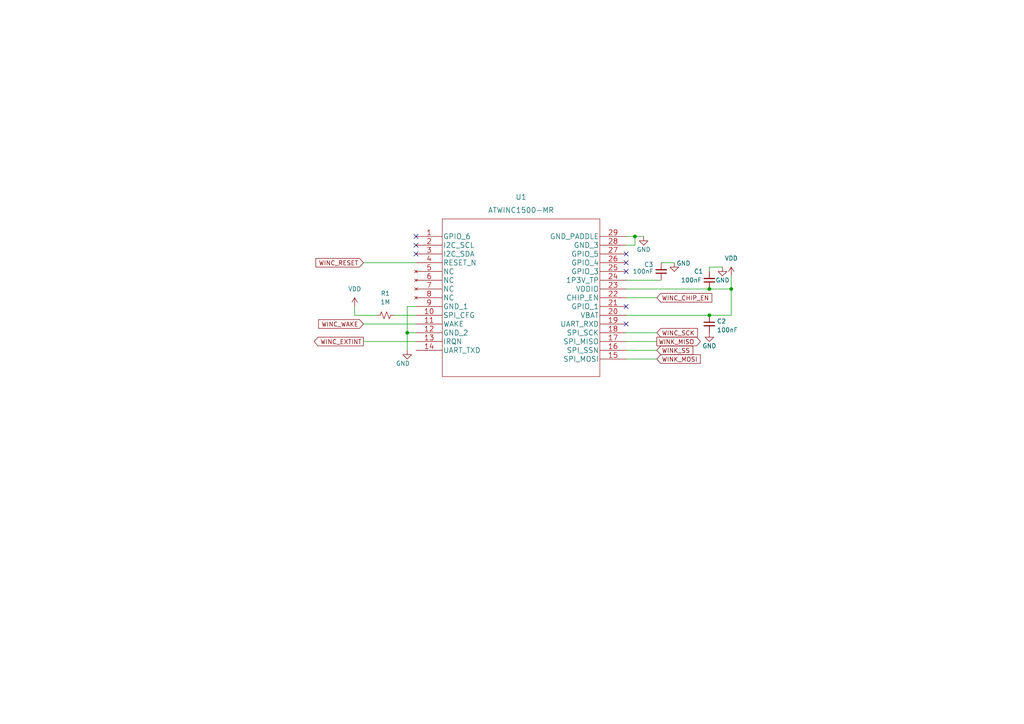
<source format=kicad_sch>
(kicad_sch (version 20211123) (generator eeschema)

  (uuid 47202413-c35f-4e7a-beda-ad46f3fd32e7)

  (paper "A4")

  (title_block
    (title "ATWINC1500-MR Control Circuit With Antenna")
    (date "2022-10-20")
    (rev "3")
    (company "DCA")
  )

  (lib_symbols
    (symbol "ATWINK1500REAL:ATWINC1500-MR210PB1961" (pin_names (offset 0.254)) (in_bom yes) (on_board yes)
      (property "Reference" "U" (id 0) (at 30.48 10.16 0)
        (effects (font (size 1.524 1.524)))
      )
      (property "Value" "ATWINC1500-MR210PB1961" (id 1) (at 30.48 7.62 0)
        (effects (font (size 1.524 1.524)))
      )
      (property "Footprint" "ATWINC15x0-MR210_MCH" (id 2) (at 30.48 6.096 0)
        (effects (font (size 1.524 1.524)) hide)
      )
      (property "Datasheet" "" (id 3) (at 0 0 0)
        (effects (font (size 1.524 1.524)))
      )
      (property "ki_locked" "" (id 4) (at 0 0 0)
        (effects (font (size 1.27 1.27)))
      )
      (property "ki_fp_filters" "ATWINC15x0-MR210_MCH" (id 5) (at 0 0 0)
        (effects (font (size 1.27 1.27)) hide)
      )
      (symbol "ATWINC1500-MR210PB1961_1_1"
        (polyline
          (pts
            (xy 7.62 -40.64)
            (xy 53.34 -40.64)
          )
          (stroke (width 0.127) (type default) (color 0 0 0 0))
          (fill (type none))
        )
        (polyline
          (pts
            (xy 7.62 5.08)
            (xy 7.62 -40.64)
          )
          (stroke (width 0.127) (type default) (color 0 0 0 0))
          (fill (type none))
        )
        (polyline
          (pts
            (xy 53.34 -40.64)
            (xy 53.34 5.08)
          )
          (stroke (width 0.127) (type default) (color 0 0 0 0))
          (fill (type none))
        )
        (polyline
          (pts
            (xy 53.34 5.08)
            (xy 7.62 5.08)
          )
          (stroke (width 0.127) (type default) (color 0 0 0 0))
          (fill (type none))
        )
        (pin bidirectional line (at 0 0 0) (length 7.62)
          (name "GPIO_6" (effects (font (size 1.4986 1.4986))))
          (number "1" (effects (font (size 1.4986 1.4986))))
        )
        (pin input line (at 0 -22.86 0) (length 7.62)
          (name "SPI_CFG" (effects (font (size 1.4986 1.4986))))
          (number "10" (effects (font (size 1.4986 1.4986))))
        )
        (pin input line (at 0 -25.4 0) (length 7.62)
          (name "WAKE" (effects (font (size 1.4986 1.4986))))
          (number "11" (effects (font (size 1.4986 1.4986))))
        )
        (pin power_in line (at 0 -27.94 0) (length 7.62)
          (name "GND_2" (effects (font (size 1.4986 1.4986))))
          (number "12" (effects (font (size 1.4986 1.4986))))
        )
        (pin output line (at 0 -30.48 0) (length 7.62)
          (name "IRQN" (effects (font (size 1.4986 1.4986))))
          (number "13" (effects (font (size 1.4986 1.4986))))
        )
        (pin output line (at 0 -33.02 0) (length 7.62)
          (name "UART_TXD" (effects (font (size 1.4986 1.4986))))
          (number "14" (effects (font (size 1.4986 1.4986))))
        )
        (pin input line (at 60.96 -35.56 180) (length 7.62)
          (name "SPI_MOSI" (effects (font (size 1.4986 1.4986))))
          (number "15" (effects (font (size 1.4986 1.4986))))
        )
        (pin input line (at 60.96 -33.02 180) (length 7.62)
          (name "SPI_SSN" (effects (font (size 1.4986 1.4986))))
          (number "16" (effects (font (size 1.4986 1.4986))))
        )
        (pin output line (at 60.96 -30.48 180) (length 7.62)
          (name "SPI_MISO" (effects (font (size 1.4986 1.4986))))
          (number "17" (effects (font (size 1.4986 1.4986))))
        )
        (pin input line (at 60.96 -27.94 180) (length 7.62)
          (name "SPI_SCK" (effects (font (size 1.4986 1.4986))))
          (number "18" (effects (font (size 1.4986 1.4986))))
        )
        (pin input line (at 60.96 -25.4 180) (length 7.62)
          (name "UART_RXD" (effects (font (size 1.4986 1.4986))))
          (number "19" (effects (font (size 1.4986 1.4986))))
        )
        (pin bidirectional line (at 0 -2.54 0) (length 7.62)
          (name "I2C_SCL" (effects (font (size 1.4986 1.4986))))
          (number "2" (effects (font (size 1.4986 1.4986))))
        )
        (pin power_in line (at 60.96 -22.86 180) (length 7.62)
          (name "VBAT" (effects (font (size 1.4986 1.4986))))
          (number "20" (effects (font (size 1.4986 1.4986))))
        )
        (pin bidirectional line (at 60.96 -20.32 180) (length 7.62)
          (name "GPIO_1" (effects (font (size 1.4986 1.4986))))
          (number "21" (effects (font (size 1.4986 1.4986))))
        )
        (pin input line (at 60.96 -17.78 180) (length 7.62)
          (name "CHIP_EN" (effects (font (size 1.4986 1.4986))))
          (number "22" (effects (font (size 1.4986 1.4986))))
        )
        (pin power_in line (at 60.96 -15.24 180) (length 7.62)
          (name "VDDIO" (effects (font (size 1.4986 1.4986))))
          (number "23" (effects (font (size 1.4986 1.4986))))
        )
        (pin unspecified line (at 60.96 -12.7 180) (length 7.62)
          (name "1P3V_TP" (effects (font (size 1.4986 1.4986))))
          (number "24" (effects (font (size 1.4986 1.4986))))
        )
        (pin bidirectional line (at 60.96 -10.16 180) (length 7.62)
          (name "GPIO_3" (effects (font (size 1.4986 1.4986))))
          (number "25" (effects (font (size 1.4986 1.4986))))
        )
        (pin bidirectional line (at 60.96 -7.62 180) (length 7.62)
          (name "GPIO_4" (effects (font (size 1.4986 1.4986))))
          (number "26" (effects (font (size 1.4986 1.4986))))
        )
        (pin bidirectional line (at 60.96 -5.08 180) (length 7.62)
          (name "GPIO_5" (effects (font (size 1.4986 1.4986))))
          (number "27" (effects (font (size 1.4986 1.4986))))
        )
        (pin power_in line (at 60.96 -2.54 180) (length 7.62)
          (name "GND_3" (effects (font (size 1.4986 1.4986))))
          (number "28" (effects (font (size 1.4986 1.4986))))
        )
        (pin power_in line (at 60.96 0 180) (length 7.62)
          (name "GND_PADDLE" (effects (font (size 1.4986 1.4986))))
          (number "29" (effects (font (size 1.4986 1.4986))))
        )
        (pin bidirectional line (at 0 -5.08 0) (length 7.62)
          (name "I2C_SDA" (effects (font (size 1.4986 1.4986))))
          (number "3" (effects (font (size 1.4986 1.4986))))
        )
        (pin input line (at 0 -7.62 0) (length 7.62)
          (name "RESET_N" (effects (font (size 1.4986 1.4986))))
          (number "4" (effects (font (size 1.4986 1.4986))))
        )
        (pin no_connect line (at 0 -10.16 0) (length 7.62)
          (name "NC" (effects (font (size 1.4986 1.4986))))
          (number "5" (effects (font (size 1.4986 1.4986))))
        )
        (pin no_connect line (at 0 -12.7 0) (length 7.62)
          (name "NC" (effects (font (size 1.4986 1.4986))))
          (number "6" (effects (font (size 1.4986 1.4986))))
        )
        (pin no_connect line (at 0 -15.24 0) (length 7.62)
          (name "NC" (effects (font (size 1.4986 1.4986))))
          (number "7" (effects (font (size 1.4986 1.4986))))
        )
        (pin no_connect line (at 0 -17.78 0) (length 7.62)
          (name "NC" (effects (font (size 1.4986 1.4986))))
          (number "8" (effects (font (size 1.4986 1.4986))))
        )
        (pin power_in line (at 0 -20.32 0) (length 7.62)
          (name "GND_1" (effects (font (size 1.4986 1.4986))))
          (number "9" (effects (font (size 1.4986 1.4986))))
        )
      )
    )
    (symbol "Device:C_Small" (pin_numbers hide) (pin_names (offset 0.254) hide) (in_bom yes) (on_board yes)
      (property "Reference" "C" (id 0) (at 0.254 1.778 0)
        (effects (font (size 1.27 1.27)) (justify left))
      )
      (property "Value" "C_Small" (id 1) (at 0.254 -2.032 0)
        (effects (font (size 1.27 1.27)) (justify left))
      )
      (property "Footprint" "" (id 2) (at 0 0 0)
        (effects (font (size 1.27 1.27)) hide)
      )
      (property "Datasheet" "~" (id 3) (at 0 0 0)
        (effects (font (size 1.27 1.27)) hide)
      )
      (property "ki_keywords" "capacitor cap" (id 4) (at 0 0 0)
        (effects (font (size 1.27 1.27)) hide)
      )
      (property "ki_description" "Unpolarized capacitor, small symbol" (id 5) (at 0 0 0)
        (effects (font (size 1.27 1.27)) hide)
      )
      (property "ki_fp_filters" "C_*" (id 6) (at 0 0 0)
        (effects (font (size 1.27 1.27)) hide)
      )
      (symbol "C_Small_0_1"
        (polyline
          (pts
            (xy -1.524 -0.508)
            (xy 1.524 -0.508)
          )
          (stroke (width 0.3302) (type default) (color 0 0 0 0))
          (fill (type none))
        )
        (polyline
          (pts
            (xy -1.524 0.508)
            (xy 1.524 0.508)
          )
          (stroke (width 0.3048) (type default) (color 0 0 0 0))
          (fill (type none))
        )
      )
      (symbol "C_Small_1_1"
        (pin passive line (at 0 2.54 270) (length 2.032)
          (name "~" (effects (font (size 1.27 1.27))))
          (number "1" (effects (font (size 1.27 1.27))))
        )
        (pin passive line (at 0 -2.54 90) (length 2.032)
          (name "~" (effects (font (size 1.27 1.27))))
          (number "2" (effects (font (size 1.27 1.27))))
        )
      )
    )
    (symbol "Device:R_Small_US" (pin_numbers hide) (pin_names (offset 0.254) hide) (in_bom yes) (on_board yes)
      (property "Reference" "R" (id 0) (at 0.762 0.508 0)
        (effects (font (size 1.27 1.27)) (justify left))
      )
      (property "Value" "R_Small_US" (id 1) (at 0.762 -1.016 0)
        (effects (font (size 1.27 1.27)) (justify left))
      )
      (property "Footprint" "" (id 2) (at 0 0 0)
        (effects (font (size 1.27 1.27)) hide)
      )
      (property "Datasheet" "~" (id 3) (at 0 0 0)
        (effects (font (size 1.27 1.27)) hide)
      )
      (property "ki_keywords" "r resistor" (id 4) (at 0 0 0)
        (effects (font (size 1.27 1.27)) hide)
      )
      (property "ki_description" "Resistor, small US symbol" (id 5) (at 0 0 0)
        (effects (font (size 1.27 1.27)) hide)
      )
      (property "ki_fp_filters" "R_*" (id 6) (at 0 0 0)
        (effects (font (size 1.27 1.27)) hide)
      )
      (symbol "R_Small_US_1_1"
        (polyline
          (pts
            (xy 0 0)
            (xy 1.016 -0.381)
            (xy 0 -0.762)
            (xy -1.016 -1.143)
            (xy 0 -1.524)
          )
          (stroke (width 0) (type default) (color 0 0 0 0))
          (fill (type none))
        )
        (polyline
          (pts
            (xy 0 1.524)
            (xy 1.016 1.143)
            (xy 0 0.762)
            (xy -1.016 0.381)
            (xy 0 0)
          )
          (stroke (width 0) (type default) (color 0 0 0 0))
          (fill (type none))
        )
        (pin passive line (at 0 2.54 270) (length 1.016)
          (name "~" (effects (font (size 1.27 1.27))))
          (number "1" (effects (font (size 1.27 1.27))))
        )
        (pin passive line (at 0 -2.54 90) (length 1.016)
          (name "~" (effects (font (size 1.27 1.27))))
          (number "2" (effects (font (size 1.27 1.27))))
        )
      )
    )
    (symbol "power:GND" (power) (pin_names (offset 0)) (in_bom yes) (on_board yes)
      (property "Reference" "#PWR" (id 0) (at 0 -6.35 0)
        (effects (font (size 1.27 1.27)) hide)
      )
      (property "Value" "GND" (id 1) (at 0 -3.81 0)
        (effects (font (size 1.27 1.27)))
      )
      (property "Footprint" "" (id 2) (at 0 0 0)
        (effects (font (size 1.27 1.27)) hide)
      )
      (property "Datasheet" "" (id 3) (at 0 0 0)
        (effects (font (size 1.27 1.27)) hide)
      )
      (property "ki_keywords" "power-flag" (id 4) (at 0 0 0)
        (effects (font (size 1.27 1.27)) hide)
      )
      (property "ki_description" "Power symbol creates a global label with name \"GND\" , ground" (id 5) (at 0 0 0)
        (effects (font (size 1.27 1.27)) hide)
      )
      (symbol "GND_0_1"
        (polyline
          (pts
            (xy 0 0)
            (xy 0 -1.27)
            (xy 1.27 -1.27)
            (xy 0 -2.54)
            (xy -1.27 -1.27)
            (xy 0 -1.27)
          )
          (stroke (width 0) (type default) (color 0 0 0 0))
          (fill (type none))
        )
      )
      (symbol "GND_1_1"
        (pin power_in line (at 0 0 270) (length 0) hide
          (name "GND" (effects (font (size 1.27 1.27))))
          (number "1" (effects (font (size 1.27 1.27))))
        )
      )
    )
    (symbol "power:VDD" (power) (pin_names (offset 0)) (in_bom yes) (on_board yes)
      (property "Reference" "#PWR" (id 0) (at 0 -3.81 0)
        (effects (font (size 1.27 1.27)) hide)
      )
      (property "Value" "VDD" (id 1) (at 0 3.81 0)
        (effects (font (size 1.27 1.27)))
      )
      (property "Footprint" "" (id 2) (at 0 0 0)
        (effects (font (size 1.27 1.27)) hide)
      )
      (property "Datasheet" "" (id 3) (at 0 0 0)
        (effects (font (size 1.27 1.27)) hide)
      )
      (property "ki_keywords" "power-flag" (id 4) (at 0 0 0)
        (effects (font (size 1.27 1.27)) hide)
      )
      (property "ki_description" "Power symbol creates a global label with name \"VDD\"" (id 5) (at 0 0 0)
        (effects (font (size 1.27 1.27)) hide)
      )
      (symbol "VDD_0_1"
        (polyline
          (pts
            (xy -0.762 1.27)
            (xy 0 2.54)
          )
          (stroke (width 0) (type default) (color 0 0 0 0))
          (fill (type none))
        )
        (polyline
          (pts
            (xy 0 0)
            (xy 0 2.54)
          )
          (stroke (width 0) (type default) (color 0 0 0 0))
          (fill (type none))
        )
        (polyline
          (pts
            (xy 0 2.54)
            (xy 0.762 1.27)
          )
          (stroke (width 0) (type default) (color 0 0 0 0))
          (fill (type none))
        )
      )
      (symbol "VDD_1_1"
        (pin power_in line (at 0 0 90) (length 0) hide
          (name "VDD" (effects (font (size 1.27 1.27))))
          (number "1" (effects (font (size 1.27 1.27))))
        )
      )
    )
  )

  (junction (at 184.15 68.58) (diameter 0) (color 0 0 0 0)
    (uuid 09a67b28-e629-4029-8350-34822dc5513c)
  )
  (junction (at 118.11 96.52) (diameter 0) (color 0 0 0 0)
    (uuid 3d288fa4-cc4c-4db7-abf0-ffd305e5c37c)
  )
  (junction (at 205.74 83.82) (diameter 0) (color 0 0 0 0)
    (uuid d45dc17b-405e-432c-9f32-585c4f5267b4)
  )
  (junction (at 205.74 91.44) (diameter 0) (color 0 0 0 0)
    (uuid e006a903-64bd-4266-9ad0-44b21fcdda73)
  )
  (junction (at 212.09 83.82) (diameter 0) (color 0 0 0 0)
    (uuid e11ea418-e6eb-4b29-aa05-883cf98b90d1)
  )

  (no_connect (at 181.61 88.9) (uuid 22108354-e647-48aa-94ac-a199d5910c07))
  (no_connect (at 120.65 73.66) (uuid 303561ed-c3da-4802-8ff7-01c2fd5c2b35))
  (no_connect (at 120.65 71.12) (uuid 303561ed-c3da-4802-8ff7-01c2fd5c2b36))
  (no_connect (at 120.65 68.58) (uuid 4cce7bde-d039-49bf-9506-01da11ad07a5))
  (no_connect (at 181.61 78.74) (uuid 86f4bd9e-5159-4b9b-a53c-5f6a9f2fc5aa))
  (no_connect (at 181.61 76.2) (uuid 86f4bd9e-5159-4b9b-a53c-5f6a9f2fc5ab))
  (no_connect (at 181.61 73.66) (uuid 86f4bd9e-5159-4b9b-a53c-5f6a9f2fc5ac))
  (no_connect (at 181.61 93.98) (uuid e88fd68c-0147-4b85-80ed-8b68cdfb42d7))

  (wire (pts (xy 205.74 83.82) (xy 212.09 83.82))
    (stroke (width 0) (type default) (color 0 0 0 0))
    (uuid 036caf6f-d00e-4b0a-9c41-c04efe0170d7)
  )
  (wire (pts (xy 181.61 71.12) (xy 184.15 71.12))
    (stroke (width 0) (type default) (color 0 0 0 0))
    (uuid 06499166-8255-44c8-9364-f9b6f4ff521b)
  )
  (wire (pts (xy 102.87 91.44) (xy 102.87 88.9))
    (stroke (width 0) (type default) (color 0 0 0 0))
    (uuid 11b8e6b6-d3c5-4ac5-b49e-c16ec826fb27)
  )
  (wire (pts (xy 190.5 86.36) (xy 181.61 86.36))
    (stroke (width 0) (type default) (color 0 0 0 0))
    (uuid 123872ac-6d44-4521-8b4f-540ac11a206b)
  )
  (wire (pts (xy 181.61 81.28) (xy 191.77 81.28))
    (stroke (width 0) (type default) (color 0 0 0 0))
    (uuid 14b73020-2fc0-40ac-9717-949b97781aaa)
  )
  (wire (pts (xy 120.65 96.52) (xy 118.11 96.52))
    (stroke (width 0) (type default) (color 0 0 0 0))
    (uuid 17c7fedd-4769-4d32-9011-c5a2e667675d)
  )
  (wire (pts (xy 181.61 83.82) (xy 205.74 83.82))
    (stroke (width 0) (type default) (color 0 0 0 0))
    (uuid 1c116a57-d9b7-4e3a-88df-0bca4d3bd130)
  )
  (wire (pts (xy 118.11 88.9) (xy 118.11 96.52))
    (stroke (width 0) (type default) (color 0 0 0 0))
    (uuid 2bd18e02-d108-4dbb-81cf-9fd766c095a6)
  )
  (wire (pts (xy 118.11 96.52) (xy 118.11 101.6))
    (stroke (width 0) (type default) (color 0 0 0 0))
    (uuid 341f6d0c-a2ac-45d5-80db-38c32ce556c8)
  )
  (wire (pts (xy 181.61 91.44) (xy 205.74 91.44))
    (stroke (width 0) (type default) (color 0 0 0 0))
    (uuid 41b83f23-5f01-4cd3-8134-cabb784107fb)
  )
  (wire (pts (xy 114.3 91.44) (xy 120.65 91.44))
    (stroke (width 0) (type default) (color 0 0 0 0))
    (uuid 42973b3e-4635-4113-8cb5-beeb6b35a312)
  )
  (wire (pts (xy 205.74 91.44) (xy 212.09 91.44))
    (stroke (width 0) (type default) (color 0 0 0 0))
    (uuid 45a372fc-48d1-4ce7-a8ad-0e8ee21f6f8a)
  )
  (wire (pts (xy 181.61 99.06) (xy 190.5 99.06))
    (stroke (width 0) (type default) (color 0 0 0 0))
    (uuid 4ac85a91-1dc3-4150-b44d-516059f8de1f)
  )
  (wire (pts (xy 105.41 76.2) (xy 120.65 76.2))
    (stroke (width 0) (type default) (color 0 0 0 0))
    (uuid 52050e05-05aa-4d8b-bbae-bebbb0444694)
  )
  (wire (pts (xy 105.41 99.06) (xy 120.65 99.06))
    (stroke (width 0) (type default) (color 0 0 0 0))
    (uuid 5856b494-106d-41d6-9277-e8c1335c6fe7)
  )
  (wire (pts (xy 184.15 71.12) (xy 184.15 68.58))
    (stroke (width 0) (type default) (color 0 0 0 0))
    (uuid 7481605e-d88e-4758-87a8-b66957fe3e3c)
  )
  (wire (pts (xy 212.09 80.01) (xy 212.09 83.82))
    (stroke (width 0) (type default) (color 0 0 0 0))
    (uuid 7661c620-e8ab-4efb-83d8-32ca7f5a824e)
  )
  (wire (pts (xy 181.61 68.58) (xy 184.15 68.58))
    (stroke (width 0) (type default) (color 0 0 0 0))
    (uuid 7be6ca9d-321d-47d3-b879-5058e2803eae)
  )
  (wire (pts (xy 120.65 88.9) (xy 118.11 88.9))
    (stroke (width 0) (type default) (color 0 0 0 0))
    (uuid 87d4d979-e5a8-46f5-9086-af6593e42cfd)
  )
  (wire (pts (xy 190.5 101.6) (xy 181.61 101.6))
    (stroke (width 0) (type default) (color 0 0 0 0))
    (uuid 9f9506a7-3deb-4065-8bfa-f4461813691c)
  )
  (wire (pts (xy 209.55 77.47) (xy 205.74 77.47))
    (stroke (width 0) (type default) (color 0 0 0 0))
    (uuid afd483f3-f9be-4d76-a920-12a4abc98fdf)
  )
  (wire (pts (xy 109.22 91.44) (xy 102.87 91.44))
    (stroke (width 0) (type default) (color 0 0 0 0))
    (uuid c16b5c50-2ecd-4ad1-b93e-fd6950a8b793)
  )
  (wire (pts (xy 190.5 96.52) (xy 181.61 96.52))
    (stroke (width 0) (type default) (color 0 0 0 0))
    (uuid cb9a973c-dc0a-4c65-8457-36b447b5688c)
  )
  (wire (pts (xy 105.41 93.98) (xy 120.65 93.98))
    (stroke (width 0) (type default) (color 0 0 0 0))
    (uuid cfd58ea9-d7cb-4b3e-b214-701281e760ea)
  )
  (wire (pts (xy 205.74 77.47) (xy 205.74 78.74))
    (stroke (width 0) (type default) (color 0 0 0 0))
    (uuid e42d46fa-192f-49be-9706-9c0ecdce3f4f)
  )
  (wire (pts (xy 191.77 76.2) (xy 195.58 76.2))
    (stroke (width 0) (type default) (color 0 0 0 0))
    (uuid f3d22560-0f45-45b1-8b1d-9e16d238ebe8)
  )
  (wire (pts (xy 181.61 104.14) (xy 190.5 104.14))
    (stroke (width 0) (type default) (color 0 0 0 0))
    (uuid fdefba87-6f71-4968-94c2-07a034475b41)
  )
  (wire (pts (xy 184.15 68.58) (xy 186.69 68.58))
    (stroke (width 0) (type default) (color 0 0 0 0))
    (uuid fe15d566-45b2-4e5b-8347-1b987b9c4898)
  )
  (wire (pts (xy 212.09 91.44) (xy 212.09 83.82))
    (stroke (width 0) (type default) (color 0 0 0 0))
    (uuid ffeac6e8-593d-4476-bbf7-8dbf6377205c)
  )

  (global_label "WINC_WAKE" (shape input) (at 105.41 93.98 180) (fields_autoplaced)
    (effects (font (size 1.27 1.27)) (justify right))
    (uuid 068fb82f-9b41-4ae6-817e-625b3b97ea52)
    (property "Intersheet References" "${INTERSHEET_REFS}" (id 0) (at 92.4136 93.9006 0)
      (effects (font (size 1.27 1.27)) (justify right) hide)
    )
  )
  (global_label "WINK_MOSI" (shape input) (at 190.5 104.14 0) (fields_autoplaced)
    (effects (font (size 1.27 1.27)) (justify left))
    (uuid 2a219543-b8e7-497b-9804-45f1f5ef6be0)
    (property "Intersheet References" "${INTERSHEET_REFS}" (id 0) (at 203.1336 104.0606 0)
      (effects (font (size 1.27 1.27)) (justify left) hide)
    )
  )
  (global_label "WINC_SCK" (shape input) (at 190.5 96.52 0) (fields_autoplaced)
    (effects (font (size 1.27 1.27)) (justify left))
    (uuid 36b37f52-cdd5-460a-bef3-e7c8a4046a5c)
    (property "Intersheet References" "${INTERSHEET_REFS}" (id 0) (at 202.2869 96.4406 0)
      (effects (font (size 1.27 1.27)) (justify left) hide)
    )
  )
  (global_label "WINC_CHIP_EN" (shape input) (at 190.5 86.36 0) (fields_autoplaced)
    (effects (font (size 1.27 1.27)) (justify left))
    (uuid 60f885f2-d910-40ca-9fde-2b97e9ba842d)
    (property "Intersheet References" "${INTERSHEET_REFS}" (id 0) (at 206.4598 86.2806 0)
      (effects (font (size 1.27 1.27)) (justify left) hide)
    )
  )
  (global_label "WINC_RESET" (shape input) (at 105.41 76.2 180) (fields_autoplaced)
    (effects (font (size 1.27 1.27)) (justify right))
    (uuid b51f9da1-2b5b-439f-8d89-7b017b901a98)
    (property "Intersheet References" "${INTERSHEET_REFS}" (id 0) (at 91.6274 76.1206 0)
      (effects (font (size 1.27 1.27)) (justify right) hide)
    )
  )
  (global_label "WINC_EXTINT" (shape output) (at 105.41 99.06 180) (fields_autoplaced)
    (effects (font (size 1.27 1.27)) (justify right))
    (uuid c4cdeb57-d5bf-47c0-bc9a-0771f21fa9d0)
    (property "Intersheet References" "${INTERSHEET_REFS}" (id 0) (at 91.1436 98.9806 0)
      (effects (font (size 1.27 1.27)) (justify right) hide)
    )
  )
  (global_label "WINK_MISO" (shape output) (at 190.5 99.06 0) (fields_autoplaced)
    (effects (font (size 1.27 1.27)) (justify left))
    (uuid e3033639-28db-498e-b437-e4d50876fca5)
    (property "Intersheet References" "${INTERSHEET_REFS}" (id 0) (at 203.1336 98.9806 0)
      (effects (font (size 1.27 1.27)) (justify left) hide)
    )
  )
  (global_label "WINK_SS" (shape input) (at 190.5 101.6 0) (fields_autoplaced)
    (effects (font (size 1.27 1.27)) (justify left))
    (uuid f87f126e-d6f7-48fe-8c05-bb5078ae41ca)
    (property "Intersheet References" "${INTERSHEET_REFS}" (id 0) (at 200.9564 101.5206 0)
      (effects (font (size 1.27 1.27)) (justify left) hide)
    )
  )

  (symbol (lib_id "power:VDD") (at 212.09 80.01 0) (unit 1)
    (in_bom yes) (on_board yes) (fields_autoplaced)
    (uuid 154c55c9-3d2e-4a42-8af5-f8ab97a044b9)
    (property "Reference" "#PWR?" (id 0) (at 212.09 83.82 0)
      (effects (font (size 1.27 1.27)) hide)
    )
    (property "Value" "VDD" (id 1) (at 212.09 74.93 0))
    (property "Footprint" "" (id 2) (at 212.09 80.01 0)
      (effects (font (size 1.27 1.27)) hide)
    )
    (property "Datasheet" "" (id 3) (at 212.09 80.01 0)
      (effects (font (size 1.27 1.27)) hide)
    )
    (pin "1" (uuid c5e35aab-e636-4968-96a7-ebd57e2587c2))
  )

  (symbol (lib_id "power:GND") (at 195.58 76.2 0) (unit 1)
    (in_bom yes) (on_board yes)
    (uuid 3277bdf4-935b-4d02-afbb-ccc7638779d6)
    (property "Reference" "#PWR?" (id 0) (at 195.58 82.55 0)
      (effects (font (size 1.27 1.27)) hide)
    )
    (property "Value" "GND" (id 1) (at 198.2366 76.3798 0))
    (property "Footprint" "" (id 2) (at 195.58 76.2 0)
      (effects (font (size 1.27 1.27)) hide)
    )
    (property "Datasheet" "" (id 3) (at 195.58 76.2 0)
      (effects (font (size 1.27 1.27)) hide)
    )
    (pin "1" (uuid 15a3f25a-0746-46ff-8e9f-f26554d51fe1))
  )

  (symbol (lib_id "Device:C_Small") (at 191.77 78.74 180) (unit 1)
    (in_bom yes) (on_board yes)
    (uuid 3ef92214-6cb4-4d92-bfd6-f5dc5459ed6b)
    (property "Reference" "C3" (id 0) (at 186.8028 76.7298 0)
      (effects (font (size 1.27 1.27)) (justify right))
    )
    (property "Value" "100nF" (id 1) (at 183.49 78.7132 0)
      (effects (font (size 1.27 1.27)) (justify right))
    )
    (property "Footprint" "" (id 2) (at 191.77 78.74 0)
      (effects (font (size 1.27 1.27)) hide)
    )
    (property "Datasheet" "~" (id 3) (at 191.77 78.74 0)
      (effects (font (size 1.27 1.27)) hide)
    )
    (pin "1" (uuid d5c7ab88-7c73-4693-8467-4cc3fe1d2438))
    (pin "2" (uuid a6856369-68be-4c77-894d-1947b4dc2b74))
  )

  (symbol (lib_id "power:GND") (at 186.69 68.58 0) (unit 1)
    (in_bom yes) (on_board yes)
    (uuid 43e759be-d1ad-4ba1-8b33-50288e59bc37)
    (property "Reference" "#PWR?" (id 0) (at 186.69 74.93 0)
      (effects (font (size 1.27 1.27)) hide)
    )
    (property "Value" "GND" (id 1) (at 186.69 72.39 0))
    (property "Footprint" "" (id 2) (at 186.69 68.58 0)
      (effects (font (size 1.27 1.27)) hide)
    )
    (property "Datasheet" "" (id 3) (at 186.69 68.58 0)
      (effects (font (size 1.27 1.27)) hide)
    )
    (pin "1" (uuid b4e9d9e4-ee2c-44d2-8e6b-1ba47a7f8a69))
  )

  (symbol (lib_id "power:GND") (at 209.55 77.47 0) (unit 1)
    (in_bom yes) (on_board yes)
    (uuid 49a65052-7fe9-4989-9443-1d50d162b1ce)
    (property "Reference" "#PWR?" (id 0) (at 209.55 83.82 0)
      (effects (font (size 1.27 1.27)) hide)
    )
    (property "Value" "GND" (id 1) (at 209.55 81.28 0))
    (property "Footprint" "" (id 2) (at 209.55 77.47 0)
      (effects (font (size 1.27 1.27)) hide)
    )
    (property "Datasheet" "" (id 3) (at 209.55 77.47 0)
      (effects (font (size 1.27 1.27)) hide)
    )
    (pin "1" (uuid 218c86f1-6fbd-471c-9b1c-4beb2fb7b032))
  )

  (symbol (lib_id "Device:R_Small_US") (at 111.76 91.44 90) (unit 1)
    (in_bom yes) (on_board yes) (fields_autoplaced)
    (uuid 7d393250-166f-4f19-84d4-77d15b201da0)
    (property "Reference" "R1" (id 0) (at 111.76 85.09 90))
    (property "Value" "1M" (id 1) (at 111.76 87.63 90))
    (property "Footprint" "" (id 2) (at 111.76 91.44 0)
      (effects (font (size 1.27 1.27)) hide)
    )
    (property "Datasheet" "~" (id 3) (at 111.76 91.44 0)
      (effects (font (size 1.27 1.27)) hide)
    )
    (pin "1" (uuid 7b8a26c3-35d9-4b87-9f1b-d8b0553758f6))
    (pin "2" (uuid e023a61f-a74f-48c8-becb-afb00ff83ce2))
  )

  (symbol (lib_id "Device:C_Small") (at 205.74 81.28 180) (unit 1)
    (in_bom yes) (on_board yes)
    (uuid 8a3a3fb6-0ae1-4c95-b199-178bb430cb87)
    (property "Reference" "C1" (id 0) (at 201.27 78.7132 0)
      (effects (font (size 1.27 1.27)) (justify right))
    )
    (property "Value" "100nF" (id 1) (at 197.46 81.2532 0)
      (effects (font (size 1.27 1.27)) (justify right))
    )
    (property "Footprint" "" (id 2) (at 205.74 81.28 0)
      (effects (font (size 1.27 1.27)) hide)
    )
    (property "Datasheet" "~" (id 3) (at 205.74 81.28 0)
      (effects (font (size 1.27 1.27)) hide)
    )
    (pin "1" (uuid cf5045bb-fa82-49e7-9563-c5ca61eaeadd))
    (pin "2" (uuid 6c3f176f-0f95-46c0-9aa1-7e932a3b53be))
  )

  (symbol (lib_id "power:VDD") (at 102.87 88.9 0) (unit 1)
    (in_bom yes) (on_board yes) (fields_autoplaced)
    (uuid 8d07a81c-6e87-47a1-ae81-413075a6feba)
    (property "Reference" "#PWR?" (id 0) (at 102.87 92.71 0)
      (effects (font (size 1.27 1.27)) hide)
    )
    (property "Value" "VDD" (id 1) (at 102.87 83.82 0))
    (property "Footprint" "" (id 2) (at 102.87 88.9 0)
      (effects (font (size 1.27 1.27)) hide)
    )
    (property "Datasheet" "" (id 3) (at 102.87 88.9 0)
      (effects (font (size 1.27 1.27)) hide)
    )
    (pin "1" (uuid 046b9394-6fdd-494d-b144-f465b950f09b))
  )

  (symbol (lib_id "ATWINK1500REAL:ATWINC1500-MR210PB1961") (at 120.65 68.58 0) (unit 1)
    (in_bom yes) (on_board yes) (fields_autoplaced)
    (uuid a2c2711f-7bf5-4e03-9d05-fec8e2736fe1)
    (property "Reference" "U1" (id 0) (at 151.13 57.15 0)
      (effects (font (size 1.524 1.524)))
    )
    (property "Value" "ATWINC1500-MR" (id 1) (at 151.13 60.96 0)
      (effects (font (size 1.524 1.524)))
    )
    (property "Footprint" "ATWINC15x0-MR210_MCH" (id 2) (at 151.13 62.484 0)
      (effects (font (size 1.524 1.524)) hide)
    )
    (property "Datasheet" "" (id 3) (at 120.65 68.58 0)
      (effects (font (size 1.524 1.524)))
    )
    (pin "1" (uuid 33c0dcc9-7cef-4401-8db8-9fb0967fc2a0))
    (pin "10" (uuid c4b1e6b4-5f3e-44f6-aa80-06758016f3c1))
    (pin "11" (uuid 3767cc7a-bf9d-4068-b466-5831615ea9e7))
    (pin "12" (uuid 57fb57a6-460f-4f91-8a11-1c6dbebbf7a3))
    (pin "13" (uuid 9b0ded57-1708-4741-8693-96665b8bf2f6))
    (pin "14" (uuid 3fca80a5-ca82-4cd8-8c8c-749d82d4fd11))
    (pin "15" (uuid 80c67dca-9a18-4404-93d0-a528c1162e5f))
    (pin "16" (uuid be55fa13-37ea-436c-a02f-46c93501f984))
    (pin "17" (uuid b3a55ec9-11cd-4894-a9c2-b0e145aaa92b))
    (pin "18" (uuid 4bc2a87e-1dc6-432d-af0e-4cb8232cebdd))
    (pin "19" (uuid f10f8518-dd8a-4395-800d-927e53cd245e))
    (pin "2" (uuid b87f1564-d80a-4f7d-a690-195985ac231f))
    (pin "20" (uuid 8474436e-75c0-45cd-8ae5-37ac0be27dce))
    (pin "21" (uuid bffa45aa-955a-4faa-8e01-07d1791d1ac0))
    (pin "22" (uuid c962d63d-db53-4eed-b8c9-0f1cd80606c1))
    (pin "23" (uuid da168a1b-39e3-447d-9c8e-bef7d939ff9a))
    (pin "24" (uuid 1449e99c-c955-4b4f-a812-541e5bc7833c))
    (pin "25" (uuid 2547e3d2-15e2-4dc1-9ef7-36b108f73757))
    (pin "26" (uuid d867542c-5cfc-4df7-aa8b-a6097ebd5eef))
    (pin "27" (uuid a3e49e00-b5c3-4b56-a87d-435dbc300c0f))
    (pin "28" (uuid fd25029d-1867-4f18-8018-f8a5965787dd))
    (pin "29" (uuid 654c17a7-9440-490a-8199-10a79ff0b63e))
    (pin "3" (uuid 5500d83c-2116-4624-99da-594ebc8ff211))
    (pin "4" (uuid 26cd6c7b-b3d8-4bfc-ae73-ae6f83be03c9))
    (pin "5" (uuid 9c6eb75b-7379-4600-a8a2-4b6f6c354466))
    (pin "6" (uuid 5bd76d7c-4a11-43bc-8b53-ea787dbed45e))
    (pin "7" (uuid aaa33869-6112-4bab-80c1-4dae172a2619))
    (pin "8" (uuid b195f887-da15-44e4-abd4-36ba9bbc1be7))
    (pin "9" (uuid 2babe3eb-28b6-433f-8768-3c73822d6a98))
  )

  (symbol (lib_id "Device:C_Small") (at 205.74 93.98 0) (unit 1)
    (in_bom yes) (on_board yes)
    (uuid b3e92b93-208d-4738-af71-28bed99f7987)
    (property "Reference" "C2" (id 0) (at 207.9202 93.1803 0)
      (effects (font (size 1.27 1.27)) (justify left))
    )
    (property "Value" "100nF" (id 1) (at 207.9202 95.7203 0)
      (effects (font (size 1.27 1.27)) (justify left))
    )
    (property "Footprint" "" (id 2) (at 205.74 93.98 0)
      (effects (font (size 1.27 1.27)) hide)
    )
    (property "Datasheet" "~" (id 3) (at 205.74 93.98 0)
      (effects (font (size 1.27 1.27)) hide)
    )
    (pin "1" (uuid a81af460-bf24-4d98-9b92-f275c1791e4e))
    (pin "2" (uuid cc157a79-7f63-4a96-afc3-4f1e54377734))
  )

  (symbol (lib_id "power:GND") (at 205.74 96.52 0) (unit 1)
    (in_bom yes) (on_board yes)
    (uuid d6723615-8a7c-4825-b8d1-8a8a4b0b0dd2)
    (property "Reference" "#PWR?" (id 0) (at 205.74 102.87 0)
      (effects (font (size 1.27 1.27)) hide)
    )
    (property "Value" "GND" (id 1) (at 205.74 100.33 0))
    (property "Footprint" "" (id 2) (at 205.74 96.52 0)
      (effects (font (size 1.27 1.27)) hide)
    )
    (property "Datasheet" "" (id 3) (at 205.74 96.52 0)
      (effects (font (size 1.27 1.27)) hide)
    )
    (pin "1" (uuid 18992d4e-9102-48af-af4a-655e5fcaa743))
  )

  (symbol (lib_id "power:GND") (at 118.11 101.6 0) (unit 1)
    (in_bom yes) (on_board yes)
    (uuid e89d0145-e821-45fe-bb83-0cc794980719)
    (property "Reference" "#PWR?" (id 0) (at 118.11 107.95 0)
      (effects (font (size 1.27 1.27)) hide)
    )
    (property "Value" "GND" (id 1) (at 116.84 105.41 0))
    (property "Footprint" "" (id 2) (at 118.11 101.6 0)
      (effects (font (size 1.27 1.27)) hide)
    )
    (property "Datasheet" "" (id 3) (at 118.11 101.6 0)
      (effects (font (size 1.27 1.27)) hide)
    )
    (pin "1" (uuid 04fbb336-7872-43c7-8c19-c567c7e2acff))
  )

  (sheet_instances
    (path "/" (page "1"))
  )

  (symbol_instances
    (path "/154c55c9-3d2e-4a42-8af5-f8ab97a044b9"
      (reference "#PWR?") (unit 1) (value "VDD") (footprint "")
    )
    (path "/3277bdf4-935b-4d02-afbb-ccc7638779d6"
      (reference "#PWR?") (unit 1) (value "GND") (footprint "")
    )
    (path "/43e759be-d1ad-4ba1-8b33-50288e59bc37"
      (reference "#PWR?") (unit 1) (value "GND") (footprint "")
    )
    (path "/49a65052-7fe9-4989-9443-1d50d162b1ce"
      (reference "#PWR?") (unit 1) (value "GND") (footprint "")
    )
    (path "/8d07a81c-6e87-47a1-ae81-413075a6feba"
      (reference "#PWR?") (unit 1) (value "VDD") (footprint "")
    )
    (path "/d6723615-8a7c-4825-b8d1-8a8a4b0b0dd2"
      (reference "#PWR?") (unit 1) (value "GND") (footprint "")
    )
    (path "/e89d0145-e821-45fe-bb83-0cc794980719"
      (reference "#PWR?") (unit 1) (value "GND") (footprint "")
    )
    (path "/8a3a3fb6-0ae1-4c95-b199-178bb430cb87"
      (reference "C1") (unit 1) (value "100nF") (footprint "")
    )
    (path "/b3e92b93-208d-4738-af71-28bed99f7987"
      (reference "C2") (unit 1) (value "100nF") (footprint "")
    )
    (path "/3ef92214-6cb4-4d92-bfd6-f5dc5459ed6b"
      (reference "C3") (unit 1) (value "100nF") (footprint "")
    )
    (path "/7d393250-166f-4f19-84d4-77d15b201da0"
      (reference "R1") (unit 1) (value "1M") (footprint "")
    )
    (path "/a2c2711f-7bf5-4e03-9d05-fec8e2736fe1"
      (reference "U1") (unit 1) (value "ATWINC1500-MR") (footprint "ATWINC15x0-MR210_MCH")
    )
  )
)

</source>
